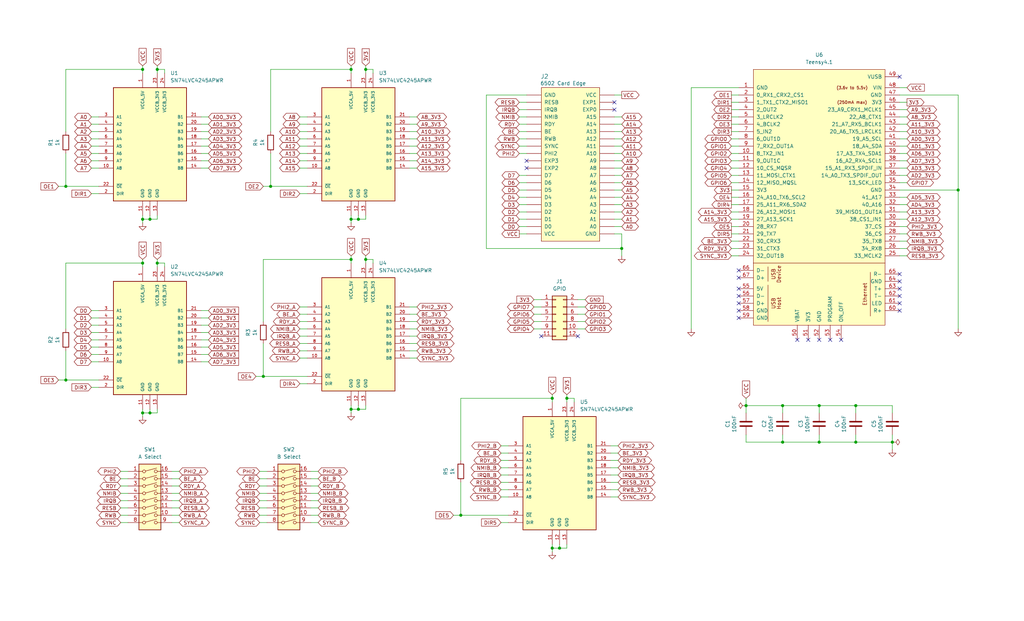
<source format=kicad_sch>
(kicad_sch (version 20231120) (generator "eeschema") (generator_version "8.0")
  (paper "USLegal")
  (title_block (title "6502 Teensy Card") (date "2024-07-05") (rev "1.0") (company "A.C. Wright Design"))
  (junction (at 49.53 76.2))
  (junction (at 259.08 140.97))
  (junction (at 127 24.13))
  (junction (at 271.78 140.97))
  (junction (at 121.92 24.13))
  (junction (at 160.02 179.07))
  (junction (at 121.92 142.24))
  (junction (at 22.86 64.77))
  (junction (at 49.53 143.51))
  (junction (at 194.31 190.5))
  (junction (at 54.61 91.44))
  (junction (at 215.9 86.36))
  (junction (at 121.92 90.17))
  (junction (at 332.74 66.04))
  (junction (at 91.44 130.81))
  (junction (at 191.77 138.43))
  (junction (at 196.85 138.43))
  (junction (at 49.53 24.13))
  (junction (at 297.18 153.67))
  (junction (at 124.46 142.24))
  (junction (at 297.18 140.97))
  (junction (at 284.48 153.67))
  (junction (at 309.88 153.67))
  (junction (at 52.07 143.51))
  (junction (at 54.61 24.13))
  (junction (at 127 90.17))
  (junction (at 271.78 153.67))
  (junction (at 52.07 76.2))
  (junction (at 22.86 132.08))
  (junction (at 191.77 190.5))
  (junction (at 93.98 64.77))
  (junction (at 124.46 76.2))
  (junction (at 284.48 140.97))
  (junction (at 121.92 76.2))
  (junction (at 49.53 91.44))
  (no_connect (at 288.29 118.11))
  (no_connect (at 312.42 102.87))
  (no_connect (at 213.36 35.56))
  (no_connect (at 256.54 100.33))
  (no_connect (at 182.88 58.42))
  (no_connect (at 312.42 97.79))
  (no_connect (at 256.54 107.95))
  (no_connect (at 276.86 118.11))
  (no_connect (at 292.1 118.11))
  (no_connect (at 312.42 100.33))
  (no_connect (at 213.36 38.1))
  (no_connect (at 312.42 26.67))
  (no_connect (at 312.42 107.95))
  (no_connect (at 182.88 55.88))
  (no_connect (at 256.54 96.52))
  (no_connect (at 312.42 95.25))
  (no_connect (at 256.54 110.49))
  (no_connect (at 200.66 116.84))
  (no_connect (at 312.42 105.41))
  (no_connect (at 280.67 118.11))
  (no_connect (at 256.54 93.98))
  (no_connect (at 187.96 116.84))
  (no_connect (at 284.48 118.11))
  (no_connect (at 256.54 102.87))
  (no_connect (at 256.54 105.41))
  (wire (pts (xy 54.61 24.13) (xy 54.61 25.4)))
  (wire (pts (xy 59.69 179.07) (xy 62.23 179.07)))
  (wire (pts (xy 309.88 140.97) (xy 297.18 140.97)))
  (wire (pts (xy 240.03 30.48) (xy 240.03 114.3)))
  (wire (pts (xy 173.99 165.1) (xy 176.53 165.1)))
  (wire (pts (xy 297.18 153.67) (xy 309.88 153.67)))
  (wire (pts (xy 185.42 109.22) (xy 187.96 109.22)))
  (wire (pts (xy 157.48 179.07) (xy 160.02 179.07)))
  (wire (pts (xy 107.95 181.61) (xy 110.49 181.61)))
  (wire (pts (xy 213.36 55.88) (xy 215.9 55.88)))
  (wire (pts (xy 180.34 43.18) (xy 182.88 43.18)))
  (wire (pts (xy 41.91 168.91) (xy 44.45 168.91)))
  (wire (pts (xy 22.86 121.92) (xy 22.86 132.08)))
  (wire (pts (xy 41.91 176.53) (xy 44.45 176.53)))
  (wire (pts (xy 142.24 40.64) (xy 144.78 40.64)))
  (wire (pts (xy 191.77 190.5) (xy 191.77 191.77)))
  (wire (pts (xy 107.95 166.37) (xy 110.49 166.37)))
  (wire (pts (xy 49.53 143.51) (xy 49.53 144.78)))
  (wire (pts (xy 31.75 43.18) (xy 34.29 43.18)))
  (wire (pts (xy 124.46 74.93) (xy 124.46 76.2)))
  (wire (pts (xy 284.48 153.67) (xy 297.18 153.67)))
  (wire (pts (xy 185.42 111.76) (xy 187.96 111.76)))
  (wire (pts (xy 121.92 24.13) (xy 121.92 25.4)))
  (wire (pts (xy 213.36 73.66) (xy 215.9 73.66)))
  (wire (pts (xy 180.34 73.66) (xy 182.88 73.66)))
  (wire (pts (xy 254 81.28) (xy 256.54 81.28)))
  (wire (pts (xy 69.85 45.72) (xy 72.39 45.72)))
  (wire (pts (xy 332.74 33.02) (xy 332.74 66.04)))
  (wire (pts (xy 69.85 55.88) (xy 72.39 55.88)))
  (wire (pts (xy 31.75 110.49) (xy 34.29 110.49)))
  (wire (pts (xy 104.14 116.84) (xy 106.68 116.84)))
  (wire (pts (xy 173.99 162.56) (xy 176.53 162.56)))
  (wire (pts (xy 312.42 50.8) (xy 314.96 50.8)))
  (wire (pts (xy 69.85 40.64) (xy 72.39 40.64)))
  (wire (pts (xy 121.92 88.9) (xy 121.92 90.17)))
  (wire (pts (xy 142.24 121.92) (xy 144.78 121.92)))
  (wire (pts (xy 57.15 25.4) (xy 57.15 24.13)))
  (wire (pts (xy 312.42 78.74) (xy 314.96 78.74)))
  (wire (pts (xy 22.86 91.44) (xy 49.53 91.44)))
  (wire (pts (xy 254 43.18) (xy 256.54 43.18)))
  (wire (pts (xy 212.09 162.56) (xy 214.63 162.56)))
  (wire (pts (xy 59.69 168.91) (xy 62.23 168.91)))
  (wire (pts (xy 213.36 78.74) (xy 215.9 78.74)))
  (wire (pts (xy 20.32 64.77) (xy 22.86 64.77)))
  (wire (pts (xy 93.98 53.34) (xy 93.98 64.77)))
  (wire (pts (xy 173.99 172.72) (xy 176.53 172.72)))
  (wire (pts (xy 54.61 22.86) (xy 54.61 24.13)))
  (wire (pts (xy 312.42 71.12) (xy 314.96 71.12)))
  (wire (pts (xy 31.75 118.11) (xy 34.29 118.11)))
  (wire (pts (xy 254 66.04) (xy 256.54 66.04)))
  (wire (pts (xy 31.75 48.26) (xy 34.29 48.26)))
  (wire (pts (xy 142.24 58.42) (xy 144.78 58.42)))
  (wire (pts (xy 312.42 45.72) (xy 314.96 45.72)))
  (wire (pts (xy 254 48.26) (xy 256.54 48.26)))
  (wire (pts (xy 254 88.9) (xy 256.54 88.9)))
  (wire (pts (xy 160.02 179.07) (xy 176.53 179.07)))
  (wire (pts (xy 127 90.17) (xy 127 91.44)))
  (wire (pts (xy 254 53.34) (xy 256.54 53.34)))
  (wire (pts (xy 312.42 53.34) (xy 314.96 53.34)))
  (wire (pts (xy 69.85 125.73) (xy 72.39 125.73)))
  (wire (pts (xy 180.34 76.2) (xy 182.88 76.2)))
  (wire (pts (xy 49.53 24.13) (xy 49.53 25.4)))
  (wire (pts (xy 254 33.02) (xy 256.54 33.02)))
  (wire (pts (xy 254 86.36) (xy 256.54 86.36)))
  (wire (pts (xy 254 45.72) (xy 256.54 45.72)))
  (wire (pts (xy 59.69 173.99) (xy 62.23 173.99)))
  (wire (pts (xy 213.36 48.26) (xy 215.9 48.26)))
  (wire (pts (xy 22.86 64.77) (xy 34.29 64.77)))
  (wire (pts (xy 309.88 153.67) (xy 309.88 156.21)))
  (wire (pts (xy 129.54 25.4) (xy 129.54 24.13)))
  (wire (pts (xy 212.09 154.94) (xy 214.63 154.94)))
  (wire (pts (xy 93.98 45.72) (xy 93.98 24.13)))
  (wire (pts (xy 180.34 53.34) (xy 182.88 53.34)))
  (wire (pts (xy 90.17 171.45) (xy 92.71 171.45)))
  (wire (pts (xy 90.17 163.83) (xy 92.71 163.83)))
  (wire (pts (xy 254 68.58) (xy 256.54 68.58)))
  (wire (pts (xy 127 140.97) (xy 127 142.24)))
  (wire (pts (xy 142.24 50.8) (xy 144.78 50.8)))
  (wire (pts (xy 31.75 115.57) (xy 34.29 115.57)))
  (wire (pts (xy 213.36 58.42) (xy 215.9 58.42)))
  (wire (pts (xy 121.92 74.93) (xy 121.92 76.2)))
  (wire (pts (xy 254 73.66) (xy 256.54 73.66)))
  (wire (pts (xy 104.14 124.46) (xy 106.68 124.46)))
  (wire (pts (xy 69.85 123.19) (xy 72.39 123.19)))
  (wire (pts (xy 104.14 58.42) (xy 106.68 58.42)))
  (wire (pts (xy 256.54 30.48) (xy 240.03 30.48)))
  (wire (pts (xy 127 24.13) (xy 127 25.4)))
  (wire (pts (xy 54.61 91.44) (xy 54.61 92.71)))
  (wire (pts (xy 69.85 110.49) (xy 72.39 110.49)))
  (wire (pts (xy 107.95 173.99) (xy 110.49 173.99)))
  (wire (pts (xy 312.42 30.48) (xy 314.96 30.48)))
  (wire (pts (xy 309.88 151.13) (xy 309.88 153.67)))
  (wire (pts (xy 180.34 50.8) (xy 182.88 50.8)))
  (wire (pts (xy 254 78.74) (xy 256.54 78.74)))
  (wire (pts (xy 173.99 154.94) (xy 176.53 154.94)))
  (wire (pts (xy 312.42 76.2) (xy 314.96 76.2)))
  (wire (pts (xy 312.42 63.5) (xy 314.96 63.5)))
  (wire (pts (xy 200.66 104.14) (xy 203.2 104.14)))
  (wire (pts (xy 59.69 163.83) (xy 62.23 163.83)))
  (wire (pts (xy 54.61 74.93) (xy 54.61 76.2)))
  (wire (pts (xy 121.92 22.86) (xy 121.92 24.13)))
  (wire (pts (xy 196.85 189.23) (xy 196.85 190.5)))
  (wire (pts (xy 312.42 66.04) (xy 332.74 66.04)))
  (wire (pts (xy 254 83.82) (xy 256.54 83.82)))
  (wire (pts (xy 254 63.5) (xy 256.54 63.5)))
  (wire (pts (xy 182.88 33.02) (xy 168.91 33.02)))
  (wire (pts (xy 127 142.24) (xy 124.46 142.24)))
  (wire (pts (xy 312.42 68.58) (xy 314.96 68.58)))
  (wire (pts (xy 309.88 143.51) (xy 309.88 140.97)))
  (wire (pts (xy 41.91 173.99) (xy 44.45 173.99)))
  (wire (pts (xy 180.34 63.5) (xy 182.88 63.5)))
  (wire (pts (xy 312.42 35.56) (xy 314.96 35.56)))
  (wire (pts (xy 31.75 113.03) (xy 34.29 113.03)))
  (wire (pts (xy 121.92 140.97) (xy 121.92 142.24)))
  (wire (pts (xy 212.09 167.64) (xy 214.63 167.64)))
  (wire (pts (xy 185.42 104.14) (xy 187.96 104.14)))
  (wire (pts (xy 212.09 165.1) (xy 214.63 165.1)))
  (wire (pts (xy 312.42 58.42) (xy 314.96 58.42)))
  (wire (pts (xy 104.14 106.68) (xy 106.68 106.68)))
  (wire (pts (xy 254 60.96) (xy 256.54 60.96)))
  (wire (pts (xy 312.42 43.18) (xy 314.96 43.18)))
  (wire (pts (xy 142.24 45.72) (xy 144.78 45.72)))
  (wire (pts (xy 41.91 179.07) (xy 44.45 179.07)))
  (wire (pts (xy 180.34 45.72) (xy 182.88 45.72)))
  (wire (pts (xy 213.36 43.18) (xy 215.9 43.18)))
  (wire (pts (xy 185.42 114.3) (xy 187.96 114.3)))
  (wire (pts (xy 121.92 90.17) (xy 121.92 91.44)))
  (wire (pts (xy 69.85 48.26) (xy 72.39 48.26)))
  (wire (pts (xy 59.69 176.53) (xy 62.23 176.53)))
  (wire (pts (xy 129.54 24.13) (xy 127 24.13)))
  (wire (pts (xy 69.85 50.8) (xy 72.39 50.8)))
  (wire (pts (xy 180.34 78.74) (xy 182.88 78.74)))
  (wire (pts (xy 22.86 45.72) (xy 22.86 24.13)))
  (wire (pts (xy 49.53 74.93) (xy 49.53 76.2)))
  (wire (pts (xy 52.07 76.2) (xy 49.53 76.2)))
  (wire (pts (xy 107.95 179.07) (xy 110.49 179.07)))
  (wire (pts (xy 31.75 58.42) (xy 34.29 58.42)))
  (wire (pts (xy 22.86 114.3) (xy 22.86 91.44)))
  (wire (pts (xy 49.53 142.24) (xy 49.53 143.51)))
  (wire (pts (xy 213.36 45.72) (xy 215.9 45.72)))
  (wire (pts (xy 142.24 116.84) (xy 144.78 116.84)))
  (wire (pts (xy 69.85 115.57) (xy 72.39 115.57)))
  (wire (pts (xy 160.02 167.64) (xy 160.02 179.07)))
  (wire (pts (xy 160.02 138.43) (xy 191.77 138.43)))
  (wire (pts (xy 213.36 76.2) (xy 215.9 76.2)))
  (wire (pts (xy 69.85 118.11) (xy 72.39 118.11)))
  (wire (pts (xy 107.95 176.53) (xy 110.49 176.53)))
  (wire (pts (xy 49.53 91.44) (xy 49.53 92.71)))
  (wire (pts (xy 88.9 130.81) (xy 91.44 130.81)))
  (wire (pts (xy 104.14 121.92) (xy 106.68 121.92)))
  (wire (pts (xy 52.07 74.93) (xy 52.07 76.2)))
  (wire (pts (xy 284.48 151.13) (xy 284.48 153.67)))
  (wire (pts (xy 191.77 138.43) (xy 191.77 139.7)))
  (wire (pts (xy 212.09 160.02) (xy 214.63 160.02)))
  (wire (pts (xy 173.99 170.18) (xy 176.53 170.18)))
  (wire (pts (xy 194.31 190.5) (xy 191.77 190.5)))
  (wire (pts (xy 312.42 33.02) (xy 332.74 33.02)))
  (wire (pts (xy 213.36 71.12) (xy 215.9 71.12)))
  (wire (pts (xy 168.91 86.36) (xy 215.9 86.36)))
  (wire (pts (xy 104.14 133.35) (xy 106.68 133.35)))
  (wire (pts (xy 212.09 172.72) (xy 214.63 172.72)))
  (wire (pts (xy 180.34 40.64) (xy 182.88 40.64)))
  (wire (pts (xy 142.24 124.46) (xy 144.78 124.46)))
  (wire (pts (xy 31.75 134.62) (xy 34.29 134.62)))
  (wire (pts (xy 31.75 45.72) (xy 34.29 45.72)))
  (wire (pts (xy 271.78 151.13) (xy 271.78 153.67)))
  (wire (pts (xy 180.34 68.58) (xy 182.88 68.58)))
  (wire (pts (xy 31.75 67.31) (xy 34.29 67.31)))
  (wire (pts (xy 142.24 53.34) (xy 144.78 53.34)))
  (wire (pts (xy 200.66 106.68) (xy 203.2 106.68)))
  (wire (pts (xy 180.34 71.12) (xy 182.88 71.12)))
  (wire (pts (xy 173.99 181.61) (xy 176.53 181.61)))
  (wire (pts (xy 59.69 171.45) (xy 62.23 171.45)))
  (wire (pts (xy 104.14 55.88) (xy 106.68 55.88)))
  (wire (pts (xy 199.39 138.43) (xy 196.85 138.43)))
  (wire (pts (xy 212.09 170.18) (xy 214.63 170.18)))
  (wire (pts (xy 121.92 142.24) (xy 121.92 143.51)))
  (wire (pts (xy 104.14 119.38) (xy 106.68 119.38)))
  (wire (pts (xy 91.44 111.76) (xy 91.44 90.17)))
  (wire (pts (xy 90.17 166.37) (xy 92.71 166.37)))
  (wire (pts (xy 160.02 160.02) (xy 160.02 138.43)))
  (wire (pts (xy 312.42 40.64) (xy 314.96 40.64)))
  (wire (pts (xy 104.14 45.72) (xy 106.68 45.72)))
  (wire (pts (xy 127 74.93) (xy 127 76.2)))
  (wire (pts (xy 41.91 181.61) (xy 44.45 181.61)))
  (wire (pts (xy 168.91 33.02) (xy 168.91 86.36)))
  (wire (pts (xy 142.24 111.76) (xy 144.78 111.76)))
  (wire (pts (xy 259.08 153.67) (xy 271.78 153.67)))
  (wire (pts (xy 173.99 160.02) (xy 176.53 160.02)))
  (wire (pts (xy 93.98 64.77) (xy 106.68 64.77)))
  (wire (pts (xy 91.44 130.81) (xy 106.68 130.81)))
  (wire (pts (xy 271.78 140.97) (xy 259.08 140.97)))
  (wire (pts (xy 104.14 109.22) (xy 106.68 109.22)))
  (wire (pts (xy 254 50.8) (xy 256.54 50.8)))
  (wire (pts (xy 200.66 109.22) (xy 203.2 109.22)))
  (wire (pts (xy 185.42 106.68) (xy 187.96 106.68)))
  (wire (pts (xy 22.86 53.34) (xy 22.86 64.77)))
  (wire (pts (xy 271.78 140.97) (xy 271.78 143.51)))
  (wire (pts (xy 129.54 90.17) (xy 127 90.17)))
  (wire (pts (xy 104.14 67.31) (xy 106.68 67.31)))
  (wire (pts (xy 312.42 38.1) (xy 314.96 38.1)))
  (wire (pts (xy 213.36 33.02) (xy 215.9 33.02)))
  (wire (pts (xy 254 35.56) (xy 256.54 35.56)))
  (wire (pts (xy 104.14 111.76) (xy 106.68 111.76)))
  (wire (pts (xy 213.36 53.34) (xy 215.9 53.34)))
  (wire (pts (xy 20.32 132.08) (xy 22.86 132.08)))
  (wire (pts (xy 31.75 120.65) (xy 34.29 120.65)))
  (wire (pts (xy 22.86 132.08) (xy 34.29 132.08)))
  (wire (pts (xy 284.48 140.97) (xy 271.78 140.97)))
  (wire (pts (xy 121.92 76.2) (xy 121.92 77.47)))
  (wire (pts (xy 124.46 140.97) (xy 124.46 142.24)))
  (wire (pts (xy 54.61 76.2) (xy 52.07 76.2)))
  (wire (pts (xy 215.9 86.36) (xy 215.9 88.9)))
  (wire (pts (xy 180.34 38.1) (xy 182.88 38.1)))
  (wire (pts (xy 180.34 35.56) (xy 182.88 35.56)))
  (wire (pts (xy 284.48 140.97) (xy 284.48 143.51)))
  (wire (pts (xy 199.39 139.7) (xy 199.39 138.43)))
  (wire (pts (xy 312.42 48.26) (xy 314.96 48.26)))
  (wire (pts (xy 213.36 60.96) (xy 215.9 60.96)))
  (wire (pts (xy 191.77 189.23) (xy 191.77 190.5)))
  (wire (pts (xy 41.91 171.45) (xy 44.45 171.45)))
  (wire (pts (xy 31.75 55.88) (xy 34.29 55.88)))
  (wire (pts (xy 69.85 120.65) (xy 72.39 120.65)))
  (wire (pts (xy 180.34 66.04) (xy 182.88 66.04)))
  (wire (pts (xy 31.75 50.8) (xy 34.29 50.8)))
  (wire (pts (xy 312.42 55.88) (xy 314.96 55.88)))
  (wire (pts (xy 200.66 114.3) (xy 203.2 114.3)))
  (wire (pts (xy 107.95 171.45) (xy 110.49 171.45)))
  (wire (pts (xy 213.36 66.04) (xy 215.9 66.04)))
  (wire (pts (xy 254 55.88) (xy 256.54 55.88)))
  (wire (pts (xy 69.85 43.18) (xy 72.39 43.18)))
  (wire (pts (xy 332.74 66.04) (xy 332.74 114.3)))
  (wire (pts (xy 69.85 113.03) (xy 72.39 113.03)))
  (wire (pts (xy 213.36 81.28) (xy 215.9 81.28)))
  (wire (pts (xy 69.85 58.42) (xy 72.39 58.42)))
  (wire (pts (xy 124.46 76.2) (xy 121.92 76.2)))
  (wire (pts (xy 212.09 157.48) (xy 214.63 157.48)))
  (wire (pts (xy 22.86 24.13) (xy 49.53 24.13)))
  (wire (pts (xy 41.91 166.37) (xy 44.45 166.37)))
  (wire (pts (xy 31.75 125.73) (xy 34.29 125.73)))
  (wire (pts (xy 196.85 138.43) (xy 196.85 139.7)))
  (wire (pts (xy 312.42 73.66) (xy 314.96 73.66)))
  (wire (pts (xy 49.53 90.17) (xy 49.53 91.44)))
  (wire (pts (xy 297.18 151.13) (xy 297.18 153.67)))
  (wire (pts (xy 259.08 138.43) (xy 259.08 140.97)))
  (wire (pts (xy 297.18 140.97) (xy 297.18 143.51)))
  (wire (pts (xy 180.34 48.26) (xy 182.88 48.26)))
  (wire (pts (xy 142.24 106.68) (xy 144.78 106.68)))
  (wire (pts (xy 142.24 48.26) (xy 144.78 48.26)))
  (wire (pts (xy 107.95 163.83) (xy 110.49 163.83)))
  (wire (pts (xy 215.9 81.28) (xy 215.9 86.36)))
  (wire (pts (xy 297.18 140.97) (xy 284.48 140.97)))
  (wire (pts (xy 213.36 40.64) (xy 215.9 40.64)))
  (wire (pts (xy 69.85 107.95) (xy 72.39 107.95)))
  (wire (pts (xy 31.75 53.34) (xy 34.29 53.34)))
  (wire (pts (xy 90.17 179.07) (xy 92.71 179.07)))
  (wire (pts (xy 254 40.64) (xy 256.54 40.64)))
  (wire (pts (xy 69.85 53.34) (xy 72.39 53.34)))
  (wire (pts (xy 93.98 24.13) (xy 121.92 24.13)))
  (wire (pts (xy 57.15 91.44) (xy 54.61 91.44)))
  (wire (pts (xy 90.17 181.61) (xy 92.71 181.61)))
  (wire (pts (xy 59.69 166.37) (xy 62.23 166.37)))
  (wire (pts (xy 180.34 60.96) (xy 182.88 60.96)))
  (wire (pts (xy 196.85 190.5) (xy 194.31 190.5)))
  (wire (pts (xy 254 38.1) (xy 256.54 38.1)))
  (wire (pts (xy 54.61 143.51) (xy 52.07 143.51)))
  (wire (pts (xy 31.75 107.95) (xy 34.29 107.95)))
  (wire (pts (xy 254 71.12) (xy 256.54 71.12)))
  (wire (pts (xy 104.14 53.34) (xy 106.68 53.34)))
  (wire (pts (xy 104.14 48.26) (xy 106.68 48.26)))
  (wire (pts (xy 200.66 111.76) (xy 203.2 111.76)))
  (wire (pts (xy 104.14 40.64) (xy 106.68 40.64)))
  (wire (pts (xy 49.53 76.2) (xy 49.53 77.47)))
  (wire (pts (xy 127 76.2) (xy 124.46 76.2)))
  (wire (pts (xy 57.15 24.13) (xy 54.61 24.13)))
  (wire (pts (xy 142.24 55.88) (xy 144.78 55.88)))
  (wire (pts (xy 312.42 60.96) (xy 314.96 60.96)))
  (wire (pts (xy 124.46 142.24) (xy 121.92 142.24)))
  (wire (pts (xy 196.85 137.16) (xy 196.85 138.43)))
  (wire (pts (xy 213.36 63.5) (xy 215.9 63.5)))
  (wire (pts (xy 104.14 50.8) (xy 106.68 50.8)))
  (wire (pts (xy 129.54 91.44) (xy 129.54 90.17)))
  (wire (pts (xy 59.69 181.61) (xy 62.23 181.61)))
  (wire (pts (xy 194.31 189.23) (xy 194.31 190.5)))
  (wire (pts (xy 142.24 43.18) (xy 144.78 43.18)))
  (wire (pts (xy 91.44 64.77) (xy 93.98 64.77)))
  (wire (pts (xy 104.14 114.3) (xy 106.68 114.3)))
  (wire (pts (xy 90.17 168.91) (xy 92.71 168.91)))
  (wire (pts (xy 107.95 168.91) (xy 110.49 168.91)))
  (wire (pts (xy 271.78 153.67) (xy 284.48 153.67)))
  (wire (pts (xy 142.24 114.3) (xy 144.78 114.3)))
  (wire (pts (xy 90.17 176.53) (xy 92.71 176.53)))
  (wire (pts (xy 173.99 167.64) (xy 176.53 167.64)))
  (wire (pts (xy 91.44 119.38) (xy 91.44 130.81)))
  (wire (pts (xy 254 76.2) (xy 256.54 76.2)))
  (wire (pts (xy 91.44 90.17) (xy 121.92 90.17)))
  (wire (pts (xy 31.75 40.64) (xy 34.29 40.64)))
  (wire (pts (xy 312.42 88.9) (xy 314.96 88.9)))
  (wire (pts (xy 90.17 173.99) (xy 92.71 173.99)))
  (wire (pts (xy 259.08 140.97) (xy 259.08 143.51)))
  (wire (pts (xy 213.36 68.58) (xy 215.9 68.58)))
  (wire (pts (xy 254 58.42) (xy 256.54 58.42)))
  (wire (pts (xy 142.24 119.38) (xy 144.78 119.38)))
  (wire (pts (xy 54.61 90.17) (xy 54.61 91.44)))
  (wire (pts (xy 180.34 81.28) (xy 182.88 81.28)))
  (wire (pts (xy 52.07 142.24) (xy 52.07 143.51)))
  (wire (pts (xy 312.42 83.82) (xy 314.96 83.82)))
  (wire (pts (xy 49.53 22.86) (xy 49.53 24.13)))
  (wire (pts (xy 312.42 86.36) (xy 314.96 86.36)))
  (wire (pts (xy 142.24 109.22) (xy 144.78 109.22)))
  (wire (pts (xy 312.42 81.28) (xy 314.96 81.28)))
  (wire (pts (xy 57.15 92.71) (xy 57.15 91.44)))
  (wire (pts (xy 52.07 143.51) (xy 49.53 143.51)))
  (wire (pts (xy 259.08 151.13) (xy 259.08 153.67)))
  (wire (pts (xy 104.14 43.18) (xy 106.68 43.18)))
  (wire (pts (xy 173.99 157.48) (xy 176.53 157.48)))
  (wire (pts (xy 54.61 142.24) (xy 54.61 143.51)))
  (wire (pts (xy 213.36 50.8) (xy 215.9 50.8)))
  (wire (pts (xy 191.77 137.16) (xy 191.77 138.43)))
  (wire (pts (xy 127 88.9) (xy 127 90.17)))
  (wire (pts (xy 127 22.86) (xy 127 24.13)))
  (wire (pts (xy 41.91 163.83) (xy 44.45 163.83)))
  (wire (pts (xy 31.75 123.19) (xy 34.29 123.19)))
  (global_label "D7" (shape bidirectional) (at 180.34 60.96 180) (property "Intersheetrefs" "${INTERSHEET_REFS}" (effects (hide yes))))
  (global_label "VCC" (shape input) (at 121.92 88.9 90) (property "Intersheetrefs" "${INTERSHEET_REFS}" (effects (hide yes))))
  (global_label "3V3" (shape output) (at 314.96 35.56 0) (property "Intersheetrefs" "${INTERSHEET_REFS}" (effects (hide yes))))
  (global_label "IRQB_3V3" (shape bidirectional) (at 144.78 116.84 0) (property "Intersheetrefs" "${INTERSHEET_REFS}" (effects (hide yes))))
  (global_label "SYNC_3V3" (shape bidirectional) (at 214.63 172.72 0) (property "Intersheetrefs" "${INTERSHEET_REFS}" (effects (hide yes))))
  (global_label "A12" (shape bidirectional) (at 215.9 48.26 0) (property "Intersheetrefs" "${INTERSHEET_REFS}" (effects (hide yes))))
  (global_label "GPIO2" (shape bidirectional) (at 254 53.34 180) (property "Intersheetrefs" "${INTERSHEET_REFS}" (effects (hide yes))))
  (global_label "D1" (shape bidirectional) (at 180.34 76.2 180) (property "Intersheetrefs" "${INTERSHEET_REFS}" (effects (hide yes))))
  (global_label "BE_B" (shape bidirectional) (at 110.49 166.37 0) (property "Intersheetrefs" "${INTERSHEET_REFS}" (effects (hide yes))))
  (global_label "D6" (shape bidirectional) (at 180.34 63.5 180) (property "Intersheetrefs" "${INTERSHEET_REFS}" (effects (hide yes))))
  (global_label "D4" (shape bidirectional) (at 180.34 68.58 180) (property "Intersheetrefs" "${INTERSHEET_REFS}" (effects (hide yes))))
  (global_label "NMIB_B" (shape bidirectional) (at 110.49 171.45 0) (property "Intersheetrefs" "${INTERSHEET_REFS}" (effects (hide yes))))
  (global_label "RESB_3V3" (shape bidirectional) (at 144.78 119.38 0) (property "Intersheetrefs" "${INTERSHEET_REFS}" (effects (hide yes))))
  (global_label "NMIB_A" (shape bidirectional) (at 104.14 114.3 180) (property "Intersheetrefs" "${INTERSHEET_REFS}" (effects (hide yes))))
  (global_label "RESB_A" (shape bidirectional) (at 104.14 119.38 180) (property "Intersheetrefs" "${INTERSHEET_REFS}" (effects (hide yes))))
  (global_label "NMIB_3V3" (shape bidirectional) (at 144.78 114.3 0) (property "Intersheetrefs" "${INTERSHEET_REFS}" (effects (hide yes))))
  (global_label "A9" (shape bidirectional) (at 104.14 43.18 180) (property "Intersheetrefs" "${INTERSHEET_REFS}" (effects (hide yes))))
  (global_label "RWB_3V3" (shape bidirectional) (at 144.78 121.92 0) (property "Intersheetrefs" "${INTERSHEET_REFS}" (effects (hide yes))))
  (global_label "SYNC" (shape bidirectional) (at 41.91 181.61 180) (property "Intersheetrefs" "${INTERSHEET_REFS}" (effects (hide yes))))
  (global_label "AD7_3V3" (shape bidirectional) (at 314.96 55.88 0) (property "Intersheetrefs" "${INTERSHEET_REFS}" (effects (hide yes))))
  (global_label "NMIB_A" (shape bidirectional) (at 62.23 171.45 0) (property "Intersheetrefs" "${INTERSHEET_REFS}" (effects (hide yes))))
  (global_label "AD0_3V3" (shape bidirectional) (at 72.39 40.64 0) (property "Intersheetrefs" "${INTERSHEET_REFS}" (effects (hide yes))))
  (global_label "AD2_3V3" (shape input) (at 72.39 113.03 0) (property "Intersheetrefs" "${INTERSHEET_REFS}" (effects (hide yes))))
  (global_label "AD7_3V3" (shape bidirectional) (at 72.39 58.42 0) (property "Intersheetrefs" "${INTERSHEET_REFS}" (effects (hide yes))))
  (global_label "DIR1" (shape output) (at 254 35.56 180) (property "Intersheetrefs" "${INTERSHEET_REFS}" (effects (hide yes))))
  (global_label "RESB_B" (shape bidirectional) (at 110.49 176.53 0) (property "Intersheetrefs" "${INTERSHEET_REFS}" (effects (hide yes))))
  (global_label "OE2" (shape input) (at 91.44 64.77 180) (property "Intersheetrefs" "${INTERSHEET_REFS}" (effects (hide yes))))
  (global_label "RDY_3V3" (shape bidirectional) (at 144.78 111.76 0) (property "Intersheetrefs" "${INTERSHEET_REFS}" (effects (hide yes))))
  (global_label "A7" (shape bidirectional) (at 31.75 58.42 180) (property "Intersheetrefs" "${INTERSHEET_REFS}" (effects (hide yes))))
  (global_label "GPIO0" (shape bidirectional) (at 203.2 106.68 0) (property "Intersheetrefs" "${INTERSHEET_REFS}" (effects (hide yes))))
  (global_label "A7" (shape bidirectional) (at 215.9 60.96 0) (property "Intersheetrefs" "${INTERSHEET_REFS}" (effects (hide yes))))
  (global_label "A10" (shape bidirectional) (at 215.9 53.34 0) (property "Intersheetrefs" "${INTERSHEET_REFS}" (effects (hide yes))))
  (global_label "VCC" (shape input) (at 49.53 90.17 90) (property "Intersheetrefs" "${INTERSHEET_REFS}" (effects (hide yes))))
  (global_label "PHI2_3V3" (shape bidirectional) (at 314.96 78.74 0) (property "Intersheetrefs" "${INTERSHEET_REFS}" (effects (hide yes))))
  (global_label "RESB_3V3" (shape bidirectional) (at 214.63 167.64 0) (property "Intersheetrefs" "${INTERSHEET_REFS}" (effects (hide yes))))
  (global_label "RWB" (shape bidirectional) (at 180.34 48.26 180) (property "Intersheetrefs" "${INTERSHEET_REFS}" (effects (hide yes))))
  (global_label "IRQB" (shape bidirectional) (at 90.17 173.99 180) (property "Intersheetrefs" "${INTERSHEET_REFS}" (effects (hide yes))))
  (global_label "VCC" (shape input) (at 49.53 22.86 90) (property "Intersheetrefs" "${INTERSHEET_REFS}" (effects (hide yes))))
  (global_label "AD3_3V3" (shape bidirectional) (at 72.39 48.26 0) (property "Intersheetrefs" "${INTERSHEET_REFS}" (effects (hide yes))))
  (global_label "OE4" (shape input) (at 88.9 130.81 180) (property "Intersheetrefs" "${INTERSHEET_REFS}" (effects (hide yes))))
  (global_label "D3" (shape bidirectional) (at 180.34 71.12 180) (property "Intersheetrefs" "${INTERSHEET_REFS}" (effects (hide yes))))
  (global_label "RESB" (shape bidirectional) (at 180.34 35.56 180) (property "Intersheetrefs" "${INTERSHEET_REFS}" (effects (hide yes))))
  (global_label "RDY_3V3" (shape bidirectional) (at 254 86.36 180) (property "Intersheetrefs" "${INTERSHEET_REFS}" (effects (hide yes))))
  (global_label "A13" (shape bidirectional) (at 215.9 45.72 0) (property "Intersheetrefs" "${INTERSHEET_REFS}" (effects (hide yes))))
  (global_label "A14" (shape bidirectional) (at 104.14 55.88 180) (property "Intersheetrefs" "${INTERSHEET_REFS}" (effects (hide yes))))
  (global_label "3V3" (shape output) (at 254 66.04 180) (property "Intersheetrefs" "${INTERSHEET_REFS}" (effects (hide yes))))
  (global_label "D4" (shape bidirectional) (at 31.75 118.11 180) (property "Intersheetrefs" "${INTERSHEET_REFS}" (effects (hide yes))))
  (global_label "AD4_3V3" (shape bidirectional) (at 72.39 50.8 0) (property "Intersheetrefs" "${INTERSHEET_REFS}" (effects (hide yes))))
  (global_label "GPIO4" (shape bidirectional) (at 254 58.42 180) (property "Intersheetrefs" "${INTERSHEET_REFS}" (effects (hide yes))))
  (global_label "OE1" (shape input) (at 20.32 64.77 180) (property "Intersheetrefs" "${INTERSHEET_REFS}" (effects (hide yes))))
  (global_label "A13" (shape bidirectional) (at 104.14 53.34 180) (property "Intersheetrefs" "${INTERSHEET_REFS}" (effects (hide yes))))
  (global_label "3V3" (shape input) (at 54.61 22.86 90) (property "Intersheetrefs" "${INTERSHEET_REFS}" (effects (hide yes))))
  (global_label "D3" (shape bidirectional) (at 31.75 115.57 180) (property "Intersheetrefs" "${INTERSHEET_REFS}" (effects (hide yes))))
  (global_label "D7" (shape bidirectional) (at 31.75 125.73 180) (property "Intersheetrefs" "${INTERSHEET_REFS}" (effects (hide yes))))
  (global_label "GPIO5" (shape bidirectional) (at 185.42 111.76 180) (property "Intersheetrefs" "${INTERSHEET_REFS}" (effects (hide yes))))
  (global_label "GPIO1" (shape bidirectional) (at 203.2 109.22 0) (property "Intersheetrefs" "${INTERSHEET_REFS}" (effects (hide yes))))
  (global_label "A6" (shape bidirectional) (at 215.9 63.5 0) (property "Intersheetrefs" "${INTERSHEET_REFS}" (effects (hide yes))))
  (global_label "D5" (shape bidirectional) (at 31.75 120.65 180) (property "Intersheetrefs" "${INTERSHEET_REFS}" (effects (hide yes))))
  (global_label "D0" (shape bidirectional) (at 180.34 78.74 180) (property "Intersheetrefs" "${INTERSHEET_REFS}" (effects (hide yes))))
  (global_label "NMIB" (shape bidirectional) (at 180.34 40.64 180) (property "Intersheetrefs" "${INTERSHEET_REFS}" (effects (hide yes))))
  (global_label "NMIB" (shape bidirectional) (at 41.91 171.45 180) (property "Intersheetrefs" "${INTERSHEET_REFS}" (effects (hide yes))))
  (global_label "A8_3V3" (shape bidirectional) (at 314.96 40.64 0) (property "Intersheetrefs" "${INTERSHEET_REFS}" (effects (hide yes))))
  (global_label "SYNC_B" (shape bidirectional) (at 173.99 172.72 180) (property "Intersheetrefs" "${INTERSHEET_REFS}" (effects (hide yes))))
  (global_label "IRQB_A" (shape bidirectional) (at 62.23 173.99 0) (property "Intersheetrefs" "${INTERSHEET_REFS}" (effects (hide yes))))
  (global_label "VCC" (shape input) (at 259.08 138.43 90) (property "Intersheetrefs" "${INTERSHEET_REFS}" (effects (hide yes))))
  (global_label "A13_3V3" (shape bidirectional) (at 314.96 73.66 0) (property "Intersheetrefs" "${INTERSHEET_REFS}" (effects (hide yes))))
  (global_label "PHI2_A" (shape bidirectional) (at 62.23 163.83 0) (property "Intersheetrefs" "${INTERSHEET_REFS}" (effects (hide yes))))
  (global_label "AD2_3V3" (shape bidirectional) (at 314.96 60.96 0) (property "Intersheetrefs" "${INTERSHEET_REFS}" (effects (hide yes))))
  (global_label "BE_A" (shape bidirectional) (at 104.14 109.22 180) (property "Intersheetrefs" "${INTERSHEET_REFS}" (effects (hide yes))))
  (global_label "D2" (shape bidirectional) (at 180.34 73.66 180) (property "Intersheetrefs" "${INTERSHEET_REFS}" (effects (hide yes))))
  (global_label "SYNC_A" (shape bidirectional) (at 104.14 124.46 180) (property "Intersheetrefs" "${INTERSHEET_REFS}" (effects (hide yes))))
  (global_label "A8" (shape bidirectional) (at 104.14 40.64 180) (property "Intersheetrefs" "${INTERSHEET_REFS}" (effects (hide yes))))
  (global_label "GPIO0" (shape bidirectional) (at 254 48.26 180) (property "Intersheetrefs" "${INTERSHEET_REFS}" (effects (hide yes))))
  (global_label "A12_3V3" (shape bidirectional) (at 144.78 50.8 0) (property "Intersheetrefs" "${INTERSHEET_REFS}" (effects (hide yes))))
  (global_label "D2" (shape bidirectional) (at 31.75 113.03 180) (property "Intersheetrefs" "${INTERSHEET_REFS}" (effects (hide yes))))
  (global_label "GPIO3" (shape bidirectional) (at 203.2 114.3 0) (property "Intersheetrefs" "${INTERSHEET_REFS}" (effects (hide yes))))
  (global_label "A9_3V3" (shape bidirectional) (at 314.96 38.1 0) (property "Intersheetrefs" "${INTERSHEET_REFS}" (effects (hide yes))))
  (global_label "OE1" (shape output) (at 254 33.02 180) (property "Intersheetrefs" "${INTERSHEET_REFS}" (effects (hide yes))))
  (global_label "AD3_3V3" (shape input) (at 72.39 115.57 0) (property "Intersheetrefs" "${INTERSHEET_REFS}" (effects (hide yes))))
  (global_label "PHI2_B" (shape bidirectional) (at 110.49 163.83 0) (property "Intersheetrefs" "${INTERSHEET_REFS}" (effects (hide yes))))
  (global_label "DIR4" (shape input) (at 104.14 133.35 180) (property "Intersheetrefs" "${INTERSHEET_REFS}" (effects (hide yes))))
  (global_label "RWB" (shape bidirectional) (at 41.91 179.07 180) (property "Intersheetrefs" "${INTERSHEET_REFS}" (effects (hide yes))))
  (global_label "DIR5" (shape input) (at 173.99 181.61 180) (property "Intersheetrefs" "${INTERSHEET_REFS}" (effects (hide yes))))
  (global_label "3V3" (shape input) (at 127 88.9 90) (property "Intersheetrefs" "${INTERSHEET_REFS}" (effects (hide yes))))
  (global_label "3V3" (shape input) (at 54.61 90.17 90) (property "Intersheetrefs" "${INTERSHEET_REFS}" (effects (hide yes))))
  (global_label "DIR5" (shape output) (at 254 81.28 180) (property "Intersheetrefs" "${INTERSHEET_REFS}" (effects (hide yes))))
  (global_label "DIR4" (shape output) (at 254 71.12 180) (property "Intersheetrefs" "${INTERSHEET_REFS}" (effects (hide yes))))
  (global_label "A15" (shape bidirectional) (at 104.14 58.42 180) (property "Intersheetrefs" "${INTERSHEET_REFS}" (effects (hide yes))))
  (global_label "A14_3V3" (shape bidirectional) (at 254 73.66 180) (property "Intersheetrefs" "${INTERSHEET_REFS}" (effects (hide yes))))
  (global_label "PHI2" (shape bidirectional) (at 180.34 53.34 180) (property "Intersheetrefs" "${INTERSHEET_REFS}" (effects (hide yes))))
  (global_label "D1" (shape bidirectional) (at 31.75 110.49 180) (property "Intersheetrefs" "${INTERSHEET_REFS}" (effects (hide yes))))
  (global_label "BE_3V3" (shape bidirectional) (at 144.78 109.22 0) (property "Intersheetrefs" "${INTERSHEET_REFS}" (effects (hide yes))))
  (global_label "A10" (shape bidirectional) (at 104.14 45.72 180) (property "Intersheetrefs" "${INTERSHEET_REFS}" (effects (hide yes))))
  (global_label "VCC" (shape input) (at 191.77 137.16 90) (property "Intersheetrefs" "${INTERSHEET_REFS}" (effects (hide yes))))
  (global_label "AD0_3V3" (shape bidirectional) (at 314.96 48.26 0) (property "Intersheetrefs" "${INTERSHEET_REFS}" (effects (hide yes))))
  (global_label "AD5_3V3" (shape bidirectional) (at 72.39 53.34 0) (property "Intersheetrefs" "${INTERSHEET_REFS}" (effects (hide yes))))
  (global_label "RDY_A" (shape bidirectional) (at 62.23 168.91 0) (property "Intersheetrefs" "${INTERSHEET_REFS}" (effects (hide yes))))
  (global_label "RESB" (shape bidirectional) (at 90.17 176.53 180) (property "Intersheetrefs" "${INTERSHEET_REFS}" (effects (hide yes))))
  (global_label "A11_3V3" (shape bidirectional) (at 144.78 48.26 0) (property "Intersheetrefs" "${INTERSHEET_REFS}" (effects (hide yes))))
  (global_label "3V3" (shape input) (at 196.85 137.16 90) (property "Intersheetrefs" "${INTERSHEET_REFS}" (effects (hide yes))))
  (global_label "RDY_A" (shape bidirectional) (at 104.14 111.76 180) (property "Intersheetrefs" "${INTERSHEET_REFS}" (effects (hide yes))))
  (global_label "A11_3V3" (shape bidirectional) (at 314.96 43.18 0) (property "Intersheetrefs" "${INTERSHEET_REFS}" (effects (hide yes))))
  (global_label "A3" (shape bidirectional) (at 31.75 48.26 180) (property "Intersheetrefs" "${INTERSHEET_REFS}" (effects (hide yes))))
  (global_label "AD5_3V3" (shape bidirectional) (at 314.96 68.58 0) (property "Intersheetrefs" "${INTERSHEET_REFS}" (effects (hide yes))))
  (global_label "SYNC_3V3" (shape bidirectional) (at 254 88.9 180) (property "Intersheetrefs" "${INTERSHEET_REFS}" (effects (hide yes))))
  (global_label "RWB" (shape bidirectional) (at 90.17 179.07 180) (property "Intersheetrefs" "${INTERSHEET_REFS}" (effects (hide yes))))
  (global_label "DIR2" (shape output) (at 254 40.64 180) (property "Intersheetrefs" "${INTERSHEET_REFS}" (effects (hide yes))))
  (global_label "AD0_3V3" (shape input) (at 72.39 107.95 0) (property "Intersheetrefs" "${INTERSHEET_REFS}" (effects (hide yes))))
  (global_label "OE2" (shape output) (at 254 38.1 180) (property "Intersheetrefs" "${INTERSHEET_REFS}" (effects (hide yes))))
  (global_label "A10_3V3" (shape bidirectional) (at 314.96 45.72 0) (property "Intersheetrefs" "${INTERSHEET_REFS}" (effects (hide yes))))
  (global_label "DIR2" (shape input) (at 104.14 67.31 180) (property "Intersheetrefs" "${INTERSHEET_REFS}" (effects (hide yes))))
  (global_label "OE3" (shape input) (at 20.32 132.08 180) (property "Intersheetrefs" "${INTERSHEET_REFS}" (effects (hide yes))))
  (global_label "RESB_A" (shape bidirectional) (at 62.23 176.53 0) (property "Intersheetrefs" "${INTERSHEET_REFS}" (effects (hide yes))))
  (global_label "AD7_3V3" (shape input) (at 72.39 125.73 0) (property "Intersheetrefs" "${INTERSHEET_REFS}" (effects (hide yes))))
  (global_label "A5" (shape bidirectional) (at 31.75 53.34 180) (property "Intersheetrefs" "${INTERSHEET_REFS}" (effects (hide yes))))
  (global_label "A4" (shape bidirectional) (at 215.9 68.58 0) (property "Intersheetrefs" "${INTERSHEET_REFS}" (effects (hide yes))))
  (global_label "A4" (shape bidirectional) (at 31.75 50.8 180) (property "Intersheetrefs" "${INTERSHEET_REFS}" (effects (hide yes))))
  (global_label "A14_3V3" (shape bidirectional) (at 144.78 55.88 0) (property "Intersheetrefs" "${INTERSHEET_REFS}" (effects (hide yes))))
  (global_label "AD3_3V3" (shape bidirectional) (at 314.96 58.42 0) (property "Intersheetrefs" "${INTERSHEET_REFS}" (effects (hide yes))))
  (global_label "DIR3" (shape input) (at 31.75 134.62 180) (property "Intersheetrefs" "${INTERSHEET_REFS}" (effects (hide yes))))
  (global_label "A11" (shape bidirectional) (at 215.9 50.8 0) (property "Intersheetrefs" "${INTERSHEET_REFS}" (effects (hide yes))))
  (global_label "SYNC" (shape bidirectional) (at 90.17 181.61 180) (property "Intersheetrefs" "${INTERSHEET_REFS}" (effects (hide yes))))
  (global_label "OE5" (shape output) (at 254 78.74 180) (property "Intersheetrefs" "${INTERSHEET_REFS}" (effects (hide yes))))
  (global_label "BE_3V3" (shape bidirectional) (at 254 83.82 180) (property "Intersheetrefs" "${INTERSHEET_REFS}" (effects (hide yes))))
  (global_label "SYNC_A" (shape bidirectional) (at 62.23 181.61 0) (property "Intersheetrefs" "${INTERSHEET_REFS}" (effects (hide yes))))
  (global_label "A12_3V3" (shape bidirectional) (at 314.96 76.2 0) (property "Intersheetrefs" "${INTERSHEET_REFS}" (effects (hide yes))))
  (global_label "PHI2_3V3" (shape bidirectional) (at 144.78 106.68 0) (property "Intersheetrefs" "${INTERSHEET_REFS}" (effects (hide yes))))
  (global_label "A9" (shape bidirectional) (at 215.9 55.88 0) (property "Intersheetrefs" "${INTERSHEET_REFS}" (effects (hide yes))))
  (global_label "A0" (shape bidirectional) (at 215.9 78.74 0) (property "Intersheetrefs" "${INTERSHEET_REFS}" (effects (hide yes))))
  (global_label "A2" (shape bidirectional) (at 215.9 73.66 0) (property "Intersheetrefs" "${INTERSHEET_REFS}" (effects (hide yes))))
  (global_label "BE_3V3" (shape bidirectional) (at 214.63 157.48 0) (property "Intersheetrefs" "${INTERSHEET_REFS}" (effects (hide yes))))
  (global_label "D6" (shape bidirectional) (at 31.75 123.19 180) (property "Intersheetrefs" "${INTERSHEET_REFS}" (effects (hide yes))))
  (global_label "PHI2_A" (shape bidirectional) (at 104.14 106.68 180) (property "Intersheetrefs" "${INTERSHEET_REFS}" (effects (hide yes))))
  (global_label "GPIO1" (shape bidirectional) (at 254 50.8 180) (property "Intersheetrefs" "${INTERSHEET_REFS}" (effects (hide yes))))
  (global_label "A1" (shape bidirectional) (at 31.75 43.18 180) (property "Intersheetrefs" "${INTERSHEET_REFS}" (effects (hide yes))))
  (global_label "AD6_3V3" (shape bidirectional) (at 314.96 53.34 0) (property "Intersheetrefs" "${INTERSHEET_REFS}" (effects (hide yes))))
  (global_label "BE_B" (shape bidirectional) (at 173.99 157.48 180) (property "Intersheetrefs" "${INTERSHEET_REFS}" (effects (hide yes))))
  (global_label "RDY_B" (shape bidirectional) (at 110.49 168.91 0) (property "Intersheetrefs" "${INTERSHEET_REFS}" (effects (hide yes))))
  (global_label "GPIO4" (shape bidirectional) (at 185.42 114.3 180) (property "Intersheetrefs" "${INTERSHEET_REFS}" (effects (hide yes))))
  (global_label "A0" (shape bidirectional) (at 31.75 40.64 180) (property "Intersheetrefs" "${INTERSHEET_REFS}" (effects (hide yes))))
  (global_label "A9_3V3" (shape bidirectional) (at 144.78 43.18 0) (property "Intersheetrefs" "${INTERSHEET_REFS}" (effects (hide yes))))
  (global_label "BE" (shape bidirectional) (at 180.34 45.72 180) (property "Intersheetrefs" "${INTERSHEET_REFS}" (effects (hide yes))))
  (global_label "PHI2_B" (shape bidirectional) (at 173.99 154.94 180) (property "Intersheetrefs" "${INTERSHEET_REFS}" (effects (hide yes))))
  (global_label "A15_3V3" (shape bidirectional) (at 144.78 58.42 0) (property "Intersheetrefs" "${INTERSHEET_REFS}" (effects (hide yes))))
  (global_label "DIR3" (shape output) (at 254 45.72 180) (property "Intersheetrefs" "${INTERSHEET_REFS}" (effects (hide yes))))
  (global_label "BE" (shape bidirectional) (at 41.91 166.37 180) (property "Intersheetrefs" "${INTERSHEET_REFS}" (effects (hide yes))))
  (global_label "AD4_3V3" (shape input) (at 72.39 118.11 0) (property "Intersheetrefs" "${INTERSHEET_REFS}" (effects (hide yes))))
  (global_label "RWB_A" (shape bidirectional) (at 62.23 179.07 0) (property "Intersheetrefs" "${INTERSHEET_REFS}" (effects (hide yes))))
  (global_label "RWB_A" (shape bidirectional) (at 104.14 121.92 180) (property "Intersheetrefs" "${INTERSHEET_REFS}" (effects (hide yes))))
  (global_label "NMIB_B" (shape bidirectional) (at 173.99 162.56 180) (property "Intersheetrefs" "${INTERSHEET_REFS}" (effects (hide yes))))
  (global_label "VCC" (shape input) (at 314.96 30.48 0) (property "Intersheetrefs" "${INTERSHEET_REFS}" (effects (hide yes))))
  (global_label "3V3" (shape input) (at 127 22.86 90) (property "Intersheetrefs" "${INTERSHEET_REFS}" (effects (hide yes))))
  (global_label "RESB" (shape bidirectional) (at 41.91 176.53 180) (property "Intersheetrefs" "${INTERSHEET_REFS}" (effects (hide yes))))
  (global_label "BE_A" (shape bidirectional) (at 62.23 166.37 0) (property "Intersheetrefs" "${INTERSHEET_REFS}" (effects (hide yes))))
  (global_label "3V3" (shape input) (at 185.42 104.14 180) (property "Intersheetrefs" "${INTERSHEET_REFS}" (effects (hide yes))))
  (global_label "IRQB_B" (shape bidirectional) (at 110.49 173.99 0) (property "Intersheetrefs" "${INTERSHEET_REFS}" (effects (hide yes))))
  (global_label "A11" (shape bidirectional) (at 104.14 48.26 180) (property "Intersheetrefs" "${INTERSHEET_REFS}" (effects (hide yes))))
  (global_label "IRQB_3V3" (shape bidirectional) (at 314.96 86.36 0) (property "Intersheetrefs" "${INTERSHEET_REFS}" (effects (hide yes))))
  (global_label "A3" (shape bidirectional) (at 215.9 71.12 0) (property "Intersheetrefs" "${INTERSHEET_REFS}" (effects (hide yes))))
  (global_label "AD4_3V3" (shape bidirectional) (at 314.96 71.12 0) (property "Intersheetrefs" "${INTERSHEET_REFS}" (effects (hide yes))))
  (global_label "D5" (shape bidirectional) (at 180.34 66.04 180) (property "Intersheetrefs" "${INTERSHEET_REFS}" (effects (hide yes))))
  (global_label "IRQB_3V3" (shape bidirectional) (at 214.63 165.1 0) (property "Intersheetrefs" "${INTERSHEET_REFS}" (effects (hide yes))))
  (global_label "A5" (shape bidirectional) (at 215.9 66.04 0) (property "Intersheetrefs" "${INTERSHEET_REFS}" (effects (hide yes))))
  (global_label "GPIO5" (shape bidirectional) (at 254 60.96 180) (property "Intersheetrefs" "${INTERSHEET_REFS}" (effects (hide yes))))
  (global_label "IRQB_B" (shape bidirectional) (at 173.99 165.1 180) (property "Intersheetrefs" "${INTERSHEET_REFS}" (effects (hide yes))))
  (global_label "PHI2" (shape bidirectional) (at 90.17 163.83 180) (property "Intersheetrefs" "${INTERSHEET_REFS}" (effects (hide yes))))
  (global_label "AD5_3V3" (shape input) (at 72.39 120.65 0) (property "Intersheetrefs" "${INTERSHEET_REFS}" (effects (hide yes))))
  (global_label "NMIB_3V3" (shape bidirectional) (at 314.96 83.82 0) (property "Intersheetrefs" "${INTERSHEET_REFS}" (effects (hide yes))))
  (global_label "OE4" (shape output) (at 254 68.58 180) (property "Intersheetrefs" "${INTERSHEET_REFS}" (effects (hide yes))))
  (global_label "PHI2" (shape bidirectional) (at 41.91 163.83 180) (property "Intersheetrefs" "${INTERSHEET_REFS}" (effects (hide yes))))
  (global_label "GPIO7" (shape bidirectional) (at 185.42 106.68 180) (property "Intersheetrefs" "${INTERSHEET_REFS}" (effects (hide yes))))
  (global_label "A13_3V3" (shape bidirectional) (at 144.78 53.34 0) (property "Intersheetrefs" "${INTERSHEET_REFS}" (effects (hide yes))))
  (global_label "D0" (shape bidirectional) (at 31.75 107.95 180) (property "Intersheetrefs" "${INTERSHEET_REFS}" (effects (hide yes))))
  (global_label "DIR1" (shape input) (at 31.75 67.31 180) (property "Intersheetrefs" "${INTERSHEET_REFS}" (effects (hide yes))))
  (global_label "RDY" (shape bidirectional) (at 180.34 43.18 180) (property "Intersheetrefs" "${INTERSHEET_REFS}" (effects (hide yes))))
  (global_label "SYNC_B" (shape bidirectional) (at 110.49 181.61 0) (property "Intersheetrefs" "${INTERSHEET_REFS}" (effects (hide yes))))
  (global_label "GPIO6" (shape bidirectional) (at 185.42 109.22 180) (property "Intersheetrefs" "${INTERSHEET_REFS}" (effects (hide yes))))
  (global_label "RDY" (shape bidirectional) (at 90.17 168.91 180) (property "Intersheetrefs" "${INTERSHEET_REFS}" (effects (hide yes))))
  (global_label "A8_3V3" (shape bidirectional) (at 144.78 40.64 0) (property "Intersheetrefs" "${INTERSHEET_REFS}" (effects (hide yes))))
  (global_label "GND" (shape input) (at 203.2 104.14 0) (property "Intersheetrefs" "${INTERSHEET_REFS}" (effects (hide yes))))
  (global_label "SYNC" (shape bidirectional) (at 180.34 50.8 180) (property "Intersheetrefs" "${INTERSHEET_REFS}" (effects (hide yes))))
  (global_label "RDY_3V3" (shape bidirectional) (at 214.63 160.02 0) (property "Intersheetrefs" "${INTERSHEET_REFS}" (effects (hide yes))))
  (global_label "AD6_3V3" (shape bidirectional) (at 72.39 55.88 0) (property "Intersheetrefs" "${INTERSHEET_REFS}" (effects (hide yes))))
  (global_label "RDY" (shape bidirectional) (at 41.91 168.91 180) (property "Intersheetrefs" "${INTERSHEET_REFS}" (effects (hide yes))))
  (global_label "A1" (shape bidirectional) (at 215.9 76.2 0) (property "Intersheetrefs" "${INTERSHEET_REFS}" (effects (hide yes))))
  (global_label "AD6_3V3" (shape input) (at 72.39 123.19 0) (property "Intersheetrefs" "${INTERSHEET_REFS}" (effects (hide yes))))
  (global_label "A10_3V3" (shape bidirectional) (at 144.78 45.72 0) (property "Intersheetrefs" "${INTERSHEET_REFS}" (effects (hide yes))))
  (global_label "VCC" (shape output) (at 215.9 33.02 0) (property "Intersheetrefs" "${INTERSHEET_REFS}" (effects (hide yes))))
  (global_label "A14" (shape bidirectional) (at 215.9 43.18 0) (property "Intersheetrefs" "${INTERSHEET_REFS}" (effects (hide yes))))
  (global_label "IRQB_A" (shape bidirectional) (at 104.14 116.84 180) (property "Intersheetrefs" "${INTERSHEET_REFS}" (effects (hide yes))))
  (global_label "A8" (shape bidirectional) (at 215.9 58.42 0) (property "Intersheetrefs" "${INTERSHEET_REFS}" (effects (hide yes))))
  (global_label "RESB_3V3" (shape bidirectional) (at 314.96 88.9 0) (property "Intersheetrefs" "${INTERSHEET_REFS}" (effects (hide yes))))
  (global_label "AD2_3V3" (shape bidirectional) (at 72.39 45.72 0) (property "Intersheetrefs" "${INTERSHEET_REFS}" (effects (hide yes))))
  (global_label "GPIO2" (shape bidirectional) (at 203.2 111.76 0) (property "Intersheetrefs" "${INTERSHEET_REFS}" (effects (hide yes))))
  (global_label "GPIO6" (shape bidirectional) (at 254 63.5 180) (property "Intersheetrefs" "${INTERSHEET_REFS}" (effects (hide yes))))
  (global_label "IRQB" (shape bidirectional) (at 41.91 173.99 180) (property "Intersheetrefs" "${INTERSHEET_REFS}" (effects (hide yes))))
  (global_label "RWB_3V3" (shape bidirectional) (at 214.63 170.18 0) (property "Intersheetrefs" "${INTERSHEET_REFS}" (effects (hide yes))))
  (global_label "OE5" (shape input) (at 157.48 179.07 180) (property "Intersheetrefs" "${INTERSHEET_REFS}" (effects (hide yes))))
  (global_label "NMIB" (shape bidirectional) (at 90.17 171.45 180) (property "Intersheetrefs" "${INTERSHEET_REFS}" (effects (hide yes))))
  (global_label "RWB_3V3" (shape bidirectional) (at 314.96 81.28 0) (property "Intersheetrefs" "${INTERSHEET_REFS}" (effects (hide yes))))
  (global_label "IRQB" (shape bidirectional) (at 180.34 38.1 180) (property "Intersheetrefs" "${INTERSHEET_REFS}" (effects (hide yes))))
  (global_label "VCC" (shape input) (at 121.92 22.86 90) (property "Intersheetrefs" "${INTERSHEET_REFS}" (effects (hide yes))))
  (global_label "RESB_B" (shape bidirectional) (at 173.99 167.64 180) (property "Intersheetrefs" "${INTERSHEET_REFS}" (effects (hide yes))))
  (global_label "BE" (shape bidirectional) (at 90.17 166.37 180) (property "Intersheetrefs" "${INTERSHEET_REFS}" (effects (hide yes))))
  (global_label "SYNC_3V3" (shape bidirectional) (at 144.78 124.46 0) (property "Intersheetrefs" "${INTERSHEET_REFS}" (effects (hide yes))))
  (global_label "A15" (shape bidirectional) (at 215.9 40.64 0) (property "Intersheetrefs" "${INTERSHEET_REFS}" (effects (hide yes))))
  (global_label "RWB_B" (shape bidirectional) (at 110.49 179.07 0) (property "Intersheetrefs" "${INTERSHEET_REFS}" (effects (hide yes))))
  (global_label "VCC" (shape output) (at 180.34 81.28 180) (property "Intersheetrefs" "${INTERSHEET_REFS}" (effects (hide yes))))
  (global_label "PHI2_3V3" (shape bidirectional) (at 214.63 154.94 0) (property "Intersheetrefs" "${INTERSHEET_REFS}" (effects (hide yes))))
  (global_label "GPIO7" (shape bidirectional) (at 314.96 63.5 0) (property "Intersheetrefs" "${INTERSHEET_REFS}" (effects (hide yes))))
  (global_label "AD1_3V3" (shape bidirectional) (at 72.39 43.18 0) (property "Intersheetrefs" "${INTERSHEET_REFS}" (effects (hide yes))))
  (global_label "RWB_B" (shape bidirectional) (at 173.99 170.18 180) (property "Intersheetrefs" "${INTERSHEET_REFS}" (effects (hide yes))))
  (global_label "GPIO3" (shape bidirectional) (at 254 55.88 180) (property "Intersheetrefs" "${INTERSHEET_REFS}" (effects (hide yes))))
  (global_label "OE3" (shape output) (at 254 43.18 180) (property "Intersheetrefs" "${INTERSHEET_REFS}" (effects (hide yes))))
  (global_label "NMIB_3V3" (shape bidirectional) (at 214.63 162.56 0) (property "Intersheetrefs" "${INTERSHEET_REFS}" (effects (hide yes))))
  (global_label "A2" (shape bidirectional) (at 31.75 45.72 180) (property "Intersheetrefs" "${INTERSHEET_REFS}" (effects (hide yes))))
  (global_label "A12" (shape bidirectional) (at 104.14 50.8 180) (property "Intersheetrefs" "${INTERSHEET_REFS}" (effects (hide yes))))
  (global_label "AD1_3V3" (shape bidirectional) (at 314.96 50.8 0) (property "Intersheetrefs" "${INTERSHEET_REFS}" (effects (hide yes))))
  (global_label "A6" (shape bidirectional) (at 31.75 55.88 180) (property "Intersheetrefs" "${INTERSHEET_REFS}" (effects (hide yes))))
  (global_label "AD1_3V3" (shape input) (at 72.39 110.49 0) (property "Intersheetrefs" "${INTERSHEET_REFS}" (effects (hide yes))))
  (global_label "A15_3V3" (shape bidirectional) (at 254 76.2 180) (property "Intersheetrefs" "${INTERSHEET_REFS}" (effects (hide yes))))
  (global_label "RDY_B" (shape bidirectional) (at 173.99 160.02 180) (property "Intersheetrefs" "${INTERSHEET_REFS}" (effects (hide yes))))
  (symbol (lib_id "6502 Parts:6502 Card Edge") (at 198.12 55.88 0) (unit 1) (in_bom no)
    (property "Reference" "J2" (at 187.706 27.432 0) (effects (font (size 1.4986 1.4986)) (justify left bottom)))
    (property "Value" "6502 Card Edge" (at 195.58 28.956 0))
    (property "Footprint" "6502 Parts:6502 Card Edge" (effects (hide yes)))
  )
  (symbol (lib_id "Switch:SW_DIP_x08") (at 52.07 173.99 0) (unit 1) (in_bom no)
    (property "Reference" "SW1" (at 52.07 156.21 0))
    (property "Value" "A Select" (at 52.07 158.75 0))
    (property "Footprint" "6502 Parts:DS01C-254-L-08BE" (effects (hide yes)))
    (property "Description" "8x DIP Switch, Single Pole Single Throw (SPST) switch, small symbol" (effects (hide yes)))
  )
  (symbol (lib_id "power:GND") (at 240.03 114.3 0) (unit 1)
    (property "Reference" "#PWR07" (effects (hide yes)))
    (property "Value" "GND" (effects (hide yes)))
    (property "Description" "Power symbol creates a global label with name \"GND\" , ground" (effects (hide yes)))
  )
  (symbol (lib_id "power:GND") (at 332.74 114.3 0) (unit 1)
    (property "Reference" "#PWR09" (effects (hide yes)))
    (property "Value" "GND" (effects (hide yes)))
    (property "Description" "Power symbol creates a global label with name \"GND\" , ground" (effects (hide yes)))
  )
  (symbol (lib_id "Teensy:Teensy4.1") (at 284.48 85.09 0) (unit 1) (in_bom no)
    (property "Reference" "U6" (at 284.48 19.05 0))
    (property "Value" "Teensy4.1" (at 284.48 21.59 0))
    (property "Footprint" "Teensy:Teensy41 Basic" (effects (hide yes)))
  )
  (symbol (lib_id "Device:R") (at 22.86 118.11 0) (unit 1)
    (property "Reference" "R2" (at 17.6022 118.11 90))
    (property "Value" "1k" (at 19.9136 118.11 90))
    (property "Footprint" "Resistor_SMD:R_0805_2012Metric" (effects (hide yes)))
    (property "Description" "Resistor" (effects (hide yes)))
    (property "LCSC" "C17513" (effects (hide yes)))
  )
  (symbol (lib_id "Device:R") (at 93.98 49.53 0) (unit 1)
    (property "Reference" "R4" (at 88.7222 49.53 90))
    (property "Value" "1k" (at 91.0336 49.53 90))
    (property "Footprint" "Resistor_SMD:R_0805_2012Metric" (effects (hide yes)))
    (property "Description" "Resistor" (effects (hide yes)))
    (property "LCSC" "C17513" (effects (hide yes)))
  )
  (symbol (lib_id "power:GND") (at 49.53 144.78 0) (unit 1)
    (property "Reference" "#PWR02" (effects (hide yes)))
    (property "Value" "GND" (effects (hide yes)))
    (property "Description" "Power symbol creates a global label with name \"GND\" , ground" (effects (hide yes)))
  )
  (symbol (lib_id "power:GND") (at 309.88 156.21 0) (unit 1)
    (property "Reference" "#PWR08" (effects (hide yes)))
    (property "Value" "GND" (effects (hide yes)))
    (property "Description" "Power symbol creates a global label with name \"GND\" , ground" (effects (hide yes)))
  )
  (symbol (lib_id "Switch:SW_DIP_x08") (at 100.33 173.99 0) (unit 1) (in_bom no)
    (property "Reference" "SW2" (at 100.33 156.21 0))
    (property "Value" "B Select" (at 100.33 158.75 0))
    (property "Footprint" "6502 Parts:DS01C-254-L-08BE" (effects (hide yes)))
    (property "Description" "8x DIP Switch, Single Pole Single Throw (SPST) switch, small symbol" (effects (hide yes)))
  )
  (symbol (lib_id "Device:C") (at 284.48 147.32 0) (unit 1)
    (property "Reference" "C3" (at 278.0792 147.32 90))
    (property "Value" "100nF" (at 280.3906 147.32 90))
    (property "Footprint" "Capacitor_SMD:C_0805_2012Metric" (effects (hide yes)))
    (property "Description" "Unpolarized capacitor" (effects (hide yes)))
    (property "LCSC" "C49678" (effects (hide yes)))
  )
  (symbol (lib_id "Device:C") (at 259.08 147.32 0) (unit 1)
    (property "Reference" "C1" (at 252.6792 147.32 90))
    (property "Value" "100nF" (at 254.9906 147.32 90))
    (property "Footprint" "Capacitor_SMD:C_0805_2012Metric" (effects (hide yes)))
    (property "Description" "Unpolarized capacitor" (effects (hide yes)))
    (property "LCSC" "C49678" (effects (hide yes)))
  )
  (symbol (lib_id "Device:C") (at 297.18 147.32 0) (unit 1)
    (property "Reference" "C4" (at 290.7792 147.32 90))
    (property "Value" "100nF" (at 293.0906 147.32 90))
    (property "Footprint" "Capacitor_SMD:C_0805_2012Metric" (effects (hide yes)))
    (property "Description" "Unpolarized capacitor" (effects (hide yes)))
    (property "LCSC" "C49678" (effects (hide yes)))
  )
  (symbol (lib_id "Device:R") (at 160.02 163.83 0) (unit 1)
    (property "Reference" "R5" (at 154.7622 163.83 90))
    (property "Value" "1k" (at 157.0736 163.83 90))
    (property "Footprint" "Resistor_SMD:R_0805_2012Metric" (effects (hide yes)))
    (property "Description" "Resistor" (effects (hide yes)))
    (property "LCSC" "C17513" (effects (hide yes)))
  )
  (symbol (lib_id "Device:R") (at 22.86 49.53 0) (unit 1)
    (property "Reference" "R1" (at 17.6022 49.53 90))
    (property "Value" "1k" (at 19.9136 49.53 90))
    (property "Footprint" "Resistor_SMD:R_0805_2012Metric" (effects (hide yes)))
    (property "Description" "Resistor" (effects (hide yes)))
    (property "LCSC" "C17513" (effects (hide yes)))
  )
  (symbol (lib_id "6502 Parts:SN74LVC4245APWR") (at 194.31 163.83 0) (unit 1)
    (property "Reference" "U5" (at 201.4094 139.7 0) (effects (justify left)))
    (property "Value" "SN74LVC4245APWR" (at 201.4094 142.24 0) (effects (justify left)))
    (property "Footprint" "Package_SO:TSSOP-24_4.4x7.8mm_P0.65mm" (effects (hide yes)))
    (property "Description" "Octal Bus Transceiver And 3.3-V To 5-V Shifter With 3-State Outputs" (effects (hide yes)))
    (property "MF" "Texas Instruments" (effects (hide yes)))
    (property "Package" "TSSOP-24 Texas Instruments" (effects (hide yes)))
    (property "MP" "SN74LVC4245APWR" (effects (hide yes)))
    (property "LCSC" "C7859" (effects (hide yes)))
  )
  (symbol (lib_name "SN74LVC4245APWR_2") (lib_id "6502 Parts:SN74LVC4245APWR") (at 124.46 49.53 0) (unit 1)
    (property "Reference" "U3" (at 131.5594 25.4 0) (effects (justify left)))
    (property "Value" "SN74LVC4245APWR" (at 131.5594 27.94 0) (effects (justify left)))
    (property "Footprint" "Package_SO:TSSOP-24_4.4x7.8mm_P0.65mm" (effects (hide yes)))
    (property "Description" "Octal Bus Transceiver And 3.3-V To 5-V Shifter With 3-State Outputs" (effects (hide yes)))
    (property "MF" "Texas Instruments" (effects (hide yes)))
    (property "Package" "TSSOP-24 Texas Instruments" (effects (hide yes)))
    (property "MP" "SN74LVC4245APWR" (effects (hide yes)))
    (property "LCSC" "C7859" (effects (hide yes)))
  )
  (symbol (lib_id "power:GND") (at 49.53 77.47 0) (unit 1)
    (property "Reference" "#PWR01" (effects (hide yes)))
    (property "Value" "GND" (effects (hide yes)))
    (property "Description" "Power symbol creates a global label with name \"GND\" , ground" (effects (hide yes)))
  )
  (symbol (lib_id "Device:C") (at 271.78 147.32 0) (unit 1)
    (property "Reference" "C2" (at 265.3792 147.32 90))
    (property "Value" "100nF" (at 267.6906 147.32 90))
    (property "Footprint" "Capacitor_SMD:C_0805_2012Metric" (effects (hide yes)))
    (property "Description" "Unpolarized capacitor" (effects (hide yes)))
    (property "LCSC" "C49678" (effects (hide yes)))
  )
  (symbol (lib_id "Device:C") (at 309.88 147.32 0) (unit 1)
    (property "Reference" "C5" (at 303.4792 147.32 90))
    (property "Value" "100nF" (at 305.7906 147.32 90))
    (property "Footprint" "Capacitor_SMD:C_0805_2012Metric" (effects (hide yes)))
    (property "Description" "Unpolarized capacitor" (effects (hide yes)))
    (property "LCSC" "C49678" (effects (hide yes)))
  )
  (symbol (lib_name "SN74LVC4245APWR_3") (lib_id "6502 Parts:SN74LVC4245APWR") (at 124.46 115.57 0) (unit 1)
    (property "Reference" "U4" (at 131.5594 91.44 0) (effects (justify left)))
    (property "Value" "SN74LVC4245APWR" (at 131.5594 93.98 0) (effects (justify left)))
    (property "Footprint" "Package_SO:TSSOP-24_4.4x7.8mm_P0.65mm" (effects (hide yes)))
    (property "Description" "Octal Bus Transceiver And 3.3-V To 5-V Shifter With 3-State Outputs" (effects (hide yes)))
    (property "MF" "Texas Instruments" (effects (hide yes)))
    (property "Package" "TSSOP-24 Texas Instruments" (effects (hide yes)))
    (property "MP" "SN74LVC4245APWR" (effects (hide yes)))
    (property "LCSC" "C7859" (effects (hide yes)))
  )
  (symbol (lib_id "Connector_Generic:Conn_02x06_Odd_Even") (at 193.04 109.22 0) (unit 1) (in_bom no)
    (property "Reference" "J1" (at 194.31 97.79 0))
    (property "Value" "GPIO" (at 194.31 100.33 0))
    (property "Footprint" "6502 Parts:6502 GPIO Connector" (effects (hide yes)))
    (property "Description" "Generic connector, double row, 02x06, odd/even pin numbering scheme (row 1 odd numbers, row 2 even numbers), script generated (kicad-library-utils/schlib/autogen/connector/)" (effects (hide yes)))
  )
  (symbol (lib_id "power:PWR_FLAG") (at 259.08 140.97 90) (unit 1)
    (property "Reference" "#FLG01" (effects (hide yes)))
    (property "Value" "PWR_FLAG" (effects (hide yes)))
    (property "Description" "Special symbol for telling ERC where power comes from" (effects (hide yes)))
  )
  (symbol (lib_id "power:GND") (at 191.77 191.77 0) (unit 1)
    (property "Reference" "#PWR05" (effects (hide yes)))
    (property "Value" "GND" (effects (hide yes)))
    (property "Description" "Power symbol creates a global label with name \"GND\" , ground" (effects (hide yes)))
  )
  (symbol (lib_name "SN74LVC4245APWR_4") (lib_id "6502 Parts:SN74LVC4245APWR") (at 52.07 116.84 0) (unit 1)
    (property "Reference" "U2" (at 59.1694 92.71 0) (effects (justify left)))
    (property "Value" "SN74LVC4245APWR" (at 59.1694 95.25 0) (effects (justify left)))
    (property "Footprint" "Package_SO:TSSOP-24_4.4x7.8mm_P0.65mm" (effects (hide yes)))
    (property "Description" "Octal Bus Transceiver And 3.3-V To 5-V Shifter With 3-State Outputs" (effects (hide yes)))
    (property "MF" "Texas Instruments" (effects (hide yes)))
    (property "Package" "TSSOP-24 Texas Instruments" (effects (hide yes)))
    (property "MP" "SN74LVC4245APWR" (effects (hide yes)))
    (property "LCSC" "C7859" (effects (hide yes)))
  )
  (symbol (lib_id "Device:R") (at 91.44 115.57 0) (unit 1)
    (property "Reference" "R3" (at 86.1822 115.57 90))
    (property "Value" "1k" (at 88.4936 115.57 90))
    (property "Footprint" "Resistor_SMD:R_0805_2012Metric" (effects (hide yes)))
    (property "Description" "Resistor" (effects (hide yes)))
    (property "LCSC" "C17513" (effects (hide yes)))
  )
  (symbol (lib_name "SN74LVC4245APWR_1") (lib_id "6502 Parts:SN74LVC4245APWR") (at 52.07 49.53 0) (unit 1)
    (property "Reference" "U1" (at 59.1694 25.4 0) (effects (justify left)))
    (property "Value" "SN74LVC4245APWR" (at 59.1694 27.94 0) (effects (justify left)))
    (property "Footprint" "Package_SO:TSSOP-24_4.4x7.8mm_P0.65mm" (effects (hide yes)))
    (property "Description" "Octal Bus Transceiver And 3.3-V To 5-V Shifter With 3-State Outputs" (effects (hide yes)))
    (property "MF" "Texas Instruments" (effects (hide yes)))
    (property "Package" "TSSOP-24 Texas Instruments" (effects (hide yes)))
    (property "MP" "SN74LVC4245APWR" (effects (hide yes)))
    (property "LCSC" "C7859" (effects (hide yes)))
  )
  (symbol (lib_id "power:GND") (at 121.92 77.47 0) (unit 1)
    (property "Reference" "#PWR03" (effects (hide yes)))
    (property "Value" "GND" (effects (hide yes)))
    (property "Description" "Power symbol creates a global label with name \"GND\" , ground" (effects (hide yes)))
  )
  (symbol (lib_id "power:GND") (at 215.9 88.9 0) (unit 1)
    (property "Reference" "#PWR06" (effects (hide yes)))
    (property "Value" "GND" (effects (hide yes)))
    (property "Description" "Power symbol creates a global label with name \"GND\" , ground" (effects (hide yes)))
  )
  (symbol (lib_id "power:GND") (at 121.92 143.51 0) (unit 1)
    (property "Reference" "#PWR04" (effects (hide yes)))
    (property "Value" "GND" (effects (hide yes)))
    (property "Description" "Power symbol creates a global label with name \"GND\" , ground" (effects (hide yes)))
  )
  (symbol (lib_id "power:PWR_FLAG") (at 309.88 153.67 270) (unit 1)
    (property "Reference" "#FLG02" (effects (hide yes)))
    (property "Value" "PWR_FLAG" (effects (hide yes)))
    (property "Description" "Special symbol for telling ERC where power comes from" (effects (hide yes)))
  )
)
</source>
